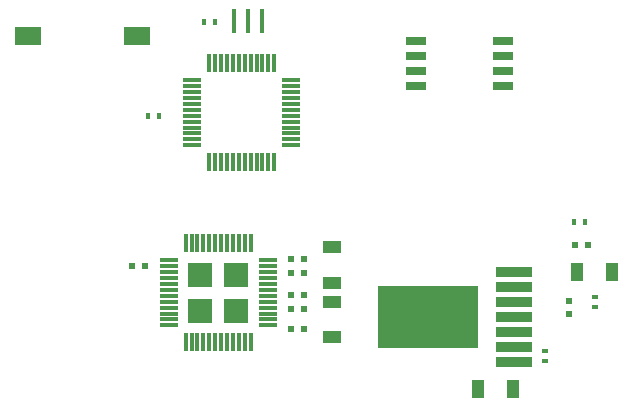
<source format=gtp>
G04 #@! TF.FileFunction,Paste,Top*
%FSLAX46Y46*%
G04 Gerber Fmt 4.6, Leading zero omitted, Abs format (unit mm)*
G04 Created by KiCad (PCBNEW 4.0.1-2.fc23-product) date Fri 08 Jan 2016 07:43:49 PM MST*
%MOMM*%
G01*
G04 APERTURE LIST*
%ADD10C,0.100000*%
%ADD11R,0.500000X0.600000*%
%ADD12R,0.600000X0.500000*%
%ADD13R,1.600000X1.000000*%
%ADD14R,0.400000X0.600000*%
%ADD15R,1.700000X0.650000*%
%ADD16R,0.300000X1.500000*%
%ADD17R,1.500000X0.300000*%
%ADD18R,2.121320X2.121320*%
%ADD19R,2.180000X1.600000*%
%ADD20R,0.400000X2.000000*%
%ADD21R,1.000000X1.600000*%
%ADD22R,0.600000X0.400000*%
%ADD23R,8.540000X5.350000*%
%ADD24R,3.060000X0.890000*%
G04 APERTURE END LIST*
D10*
D11*
X166878000Y-107400000D03*
X166878000Y-108500000D03*
D12*
X144460000Y-105030000D03*
X143360000Y-105030000D03*
X130975000Y-104390000D03*
X129875000Y-104390000D03*
X143360000Y-106830000D03*
X144460000Y-106830000D03*
X143360000Y-108030000D03*
X144460000Y-108030000D03*
D13*
X146810000Y-105830000D03*
X146810000Y-102830000D03*
X146810000Y-110430000D03*
X146810000Y-107430000D03*
D12*
X143360000Y-103830000D03*
X144460000Y-103830000D03*
D14*
X132110000Y-91710000D03*
X131210000Y-91710000D03*
D15*
X153953000Y-85340000D03*
X153953000Y-86610000D03*
X153953000Y-87880000D03*
X153953000Y-89150000D03*
X161253000Y-89150000D03*
X161253000Y-87880000D03*
X161253000Y-86610000D03*
X161253000Y-85340000D03*
D16*
X141910000Y-87230000D03*
X141410000Y-87230000D03*
X140910000Y-87230000D03*
X140410000Y-87230000D03*
X139910000Y-87230000D03*
X139410000Y-87230000D03*
X138910000Y-87230000D03*
X138410000Y-87230000D03*
X137910000Y-87230000D03*
X137410000Y-87230000D03*
X136910000Y-87230000D03*
X136410000Y-87230000D03*
X136410000Y-95630000D03*
X136910000Y-95630000D03*
X137410000Y-95630000D03*
X137910000Y-95630000D03*
X138410000Y-95630000D03*
X138910000Y-95630000D03*
X139410000Y-95630000D03*
X139910000Y-95630000D03*
X140410000Y-95630000D03*
X140910000Y-95630000D03*
X141410000Y-95630000D03*
X141910000Y-95630000D03*
D17*
X134960000Y-88680000D03*
X134960000Y-89180000D03*
X134960000Y-89680000D03*
X134960000Y-90180000D03*
X134960000Y-90680000D03*
X134960000Y-91180000D03*
X134960000Y-91680000D03*
X134960000Y-92180000D03*
X134960000Y-92680000D03*
X134960000Y-93180000D03*
X134960000Y-93680000D03*
X134960000Y-94180000D03*
X143360000Y-94180000D03*
X143360000Y-93680000D03*
X143360000Y-93180000D03*
X143360000Y-92680000D03*
X143360000Y-92180000D03*
X143360000Y-91680000D03*
X143360000Y-91180000D03*
X143360000Y-90680000D03*
X143360000Y-90180000D03*
X143360000Y-89680000D03*
X143360000Y-89180000D03*
X143360000Y-88680000D03*
D16*
X139910000Y-102480000D03*
X139410000Y-102480000D03*
X138910000Y-102480000D03*
X138410000Y-102480000D03*
X137910000Y-102480000D03*
X137410000Y-102480000D03*
X136910000Y-102480000D03*
X136410000Y-102480000D03*
X135910000Y-102480000D03*
X135410000Y-102480000D03*
X134910000Y-102480000D03*
X134410000Y-102480000D03*
X134410000Y-110880000D03*
X134910000Y-110880000D03*
X135410000Y-110880000D03*
X135910000Y-110880000D03*
X136410000Y-110880000D03*
X136910000Y-110880000D03*
X137410000Y-110880000D03*
X137910000Y-110880000D03*
X138410000Y-110880000D03*
X138910000Y-110880000D03*
X139410000Y-110880000D03*
X139910000Y-110880000D03*
D17*
X132960000Y-103930000D03*
X132960000Y-104430000D03*
X132960000Y-104930000D03*
X132960000Y-105430000D03*
X132960000Y-105930000D03*
X132960000Y-106430000D03*
X132960000Y-106930000D03*
X132960000Y-107430000D03*
X132960000Y-107930000D03*
X132960000Y-108430000D03*
X132960000Y-108930000D03*
X132960000Y-109430000D03*
X141360000Y-109430000D03*
X141360000Y-108930000D03*
X141360000Y-108430000D03*
X141360000Y-107930000D03*
X141360000Y-107430000D03*
X141360000Y-106930000D03*
X141360000Y-106430000D03*
X141360000Y-105930000D03*
X141360000Y-105430000D03*
X141360000Y-104930000D03*
X141360000Y-104430000D03*
X141360000Y-103930000D03*
D18*
X138660000Y-105180000D03*
X135660000Y-105180000D03*
X138660000Y-108180000D03*
X135660000Y-108180000D03*
D12*
X144460000Y-109730000D03*
X143360000Y-109730000D03*
D14*
X135960000Y-83710000D03*
X136860000Y-83710000D03*
D19*
X121057570Y-84957680D03*
X130262430Y-84962320D03*
D20*
X139660000Y-83680000D03*
X138460000Y-83680000D03*
X140860000Y-83680000D03*
D21*
X162151000Y-114804000D03*
X159151000Y-114804000D03*
X167533000Y-104898000D03*
X170533000Y-104898000D03*
D22*
X169033000Y-106988000D03*
X169033000Y-107888000D03*
D14*
X167313000Y-100707000D03*
X168213000Y-100707000D03*
D22*
X164842000Y-112460000D03*
X164842000Y-111560000D03*
D12*
X167369400Y-102590600D03*
X168469400Y-102590600D03*
D23*
X154936000Y-108708000D03*
D24*
X162241000Y-112518000D03*
X162241000Y-111248000D03*
X162241000Y-109978000D03*
X162241000Y-108708000D03*
X162241000Y-107438000D03*
X162241000Y-106168000D03*
X162241000Y-104898000D03*
M02*

</source>
